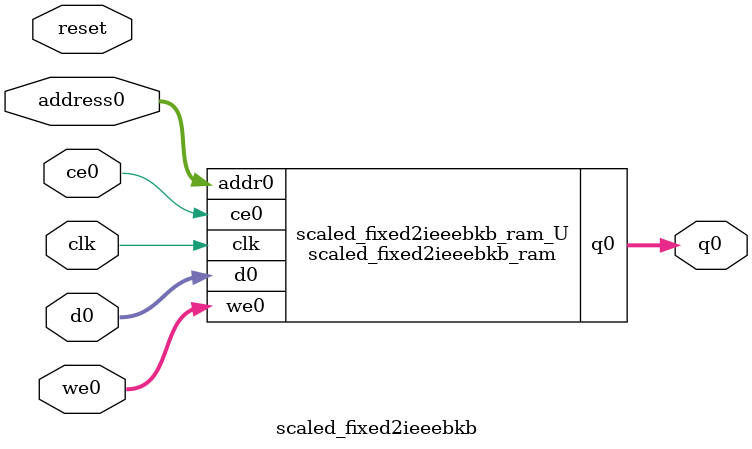
<source format=v>
`timescale 1 ns / 1 ps
module scaled_fixed2ieeebkb_ram (addr0, ce0, d0, we0, q0,  clk);

parameter DWIDTH = 32;
parameter AWIDTH = 2;
parameter MEM_SIZE = 4;
parameter COL_WIDTH = 8;
parameter NUM_COL = (DWIDTH/COL_WIDTH);

input[AWIDTH-1:0] addr0;
input ce0;
input[DWIDTH-1:0] d0;
input [NUM_COL-1:0] we0;
output reg[DWIDTH-1:0] q0;
input clk;

(* ram_style = "block" *)reg [DWIDTH-1:0] ram[0:MEM_SIZE-1];



genvar i;

generate
    for (i=0;i<NUM_COL;i=i+1) begin
        always @(posedge clk) begin
            if (ce0) begin
                if (we0[i]) begin
                    ram[addr0][i*COL_WIDTH +: COL_WIDTH] <= d0[i*COL_WIDTH +: COL_WIDTH]; 
                end
                q0[i*COL_WIDTH +: COL_WIDTH] <= ram[addr0][i*COL_WIDTH +: COL_WIDTH];
            end
        end
    end
endgenerate


endmodule

`timescale 1 ns / 1 ps
module scaled_fixed2ieeebkb(
    reset,
    clk,
    address0,
    ce0,
    we0,
    d0,
    q0);

parameter DataWidth = 32'd32;
parameter AddressRange = 32'd4;
parameter AddressWidth = 32'd2;
input reset;
input clk;
input[AddressWidth - 1:0] address0;
input ce0;
input[DataWidth/8 - 1:0] we0;
input[DataWidth - 1:0] d0;
output[DataWidth - 1:0] q0;



scaled_fixed2ieeebkb_ram scaled_fixed2ieeebkb_ram_U(
    .clk( clk ),
    .addr0( address0 ),
    .ce0( ce0 ),
    .we0( we0 ),
    .d0( d0 ),
    .q0( q0 ));

endmodule


</source>
